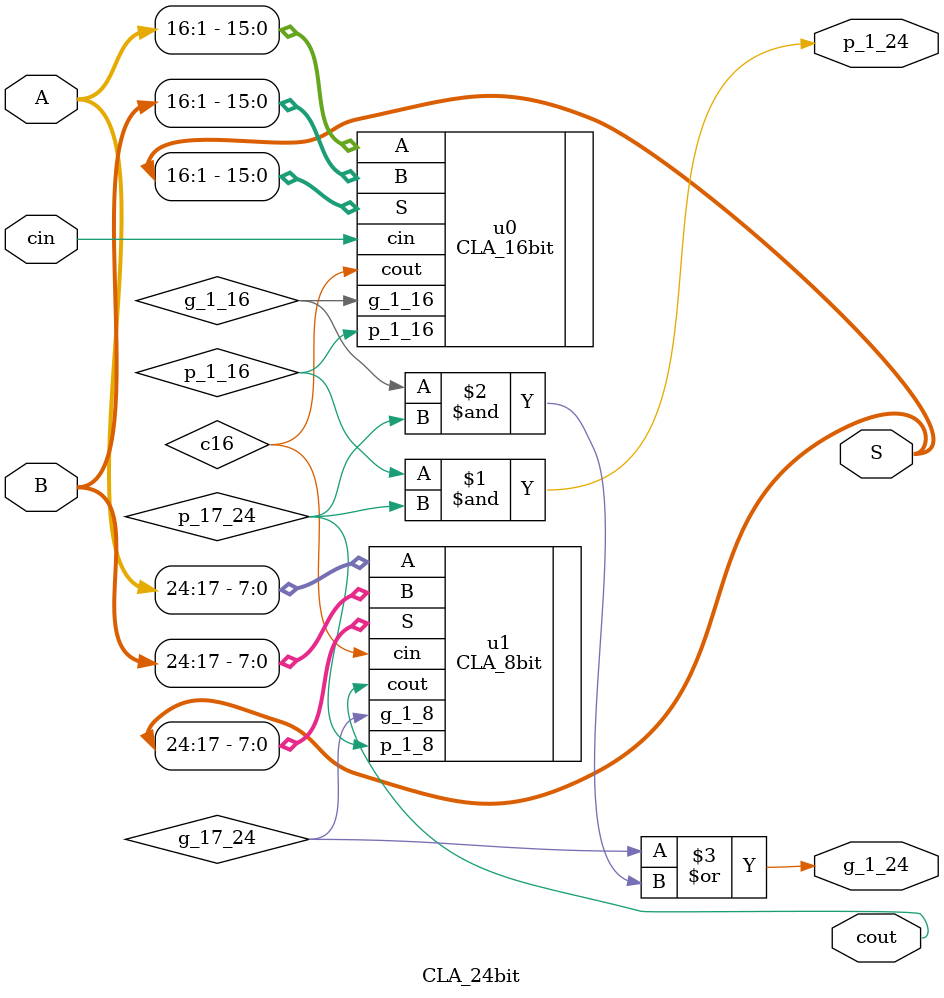
<source format=v>
module CLA_24bit #(
    parameter width=24
)(
    input wire [width:1] A,
    input wire [width:1] B,
    input wire cin,
    output wire [width:1] S,
    output wire cout,
    output wire p_1_24,
    output wire g_1_24
);

    wire c16;
    wire p_1_16, g_1_16;
    wire p_17_24, g_17_24;

    CLA_16bit #(.width(16)) u0 (
        .A(A[16:1]),
        .B(B[16:1]),
        .cin(cin),
        .S(S[16:1]),
        .cout(c16),
        .p_1_16(p_1_16),
        .g_1_16(g_1_16)
    );
    CLA_8bit #(.width(8)) u1 (
        .A(A[24:17]),
        .B(B[24:17]),
        .cin(c16),
        .S(S[24:17]),
        .cout(cout),
        .p_1_8(p_17_24),
        .g_1_8(g_17_24)
    );
    assign p_1_24 = p_1_16 & p_17_24;
    assign g_1_24 = g_17_24|(g_1_16&p_17_24);
endmodule

</source>
